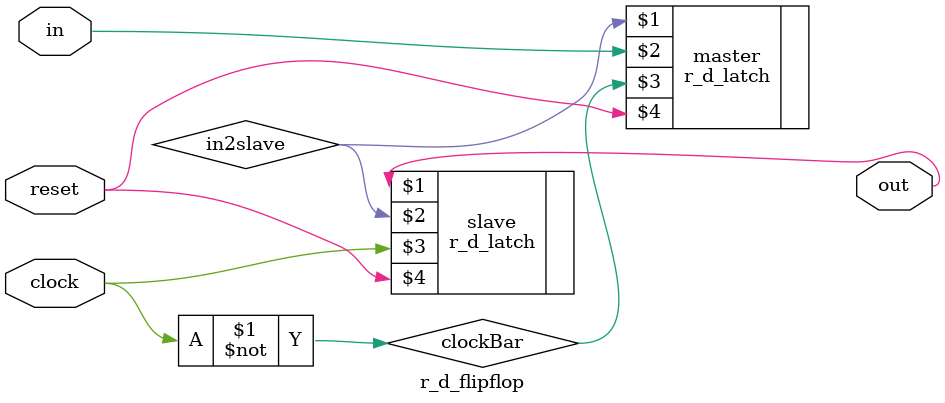
<source format=v>
module r_d_flipflop(out, in, clock, reset);
	input in, clock, reset;
	output out;
	wire clockBar, in2slave;
	not not1(clockBar, clock);
	r_d_latch master(in2slave, in, clockBar, reset);
	r_d_latch slave(out, in2slave, clock, reset);

endmodule


</source>
